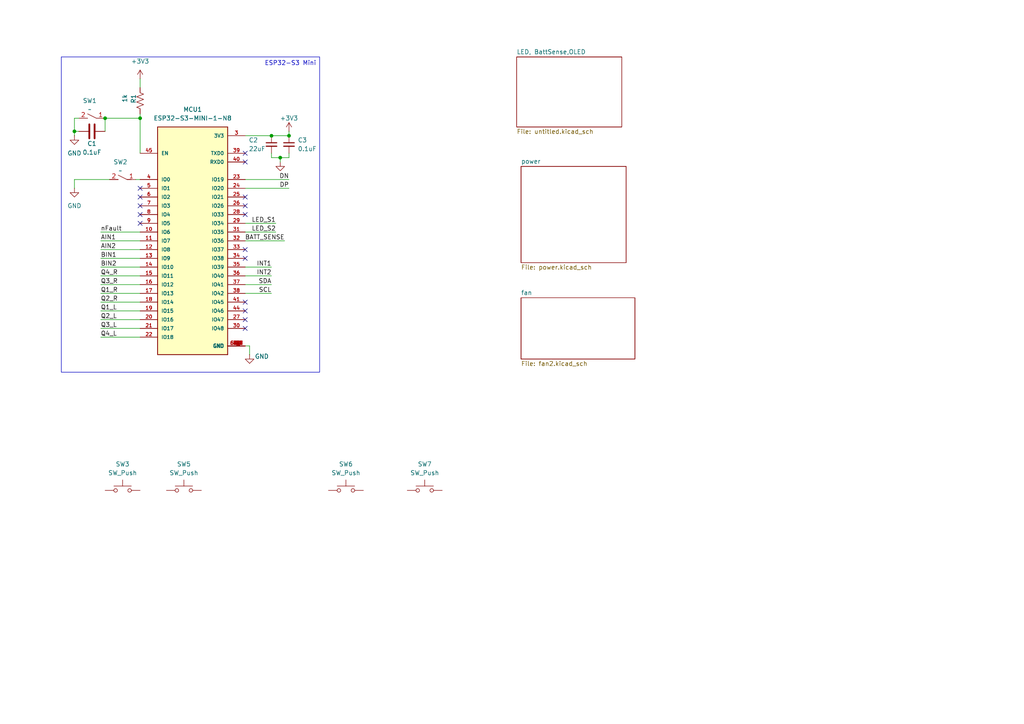
<source format=kicad_sch>
(kicad_sch (version 20231120) (generator "eeschema") (generator_version "8.0")
  (paper "A4")
  (lib_symbols
    (symbol "Device:C" (pin_numbers hide) (pin_names (offset 0.254))
      (property "Reference" "C" (at 0.635 2.54 0))
      (property "Value" "C" (at 0.635 -2.54 0))
      (symbol "C_0_1"
        (polyline (pts (xy -2.032 -0.762) (xy 2.032 -0.762)) (stroke (width 0.508)))
        (polyline (pts (xy -2.032 0.762) (xy 2.032 0.762)) (stroke (width 0.508)))
      )
      (symbol "C_1_1"
        (pin passive line (at 0 3.81 270) (length 2.794) (name "~") (number "1"))
        (pin passive line (at 0 -3.81 90) (length 2.794) (name "~") (number "2"))
      )
    )
    (symbol "Device:C_Small" (pin_numbers hide) (pin_names (offset 0.254) hide)
      (property "Reference" "C" (at 0.254 1.778 0))
      (property "Value" "C_Small" (at 0.254 -2.032 0))
      (symbol "C_Small_0_1"
        (polyline (pts (xy -1.524 -0.508) (xy 1.524 -0.508)) (stroke (width 0.3302)))
        (polyline (pts (xy -1.524 0.508) (xy 1.524 0.508)) (stroke (width 0.3048)))
      )
      (symbol "C_Small_1_1"
        (pin passive line (at 0 2.54 270) (length 2.032) (name "~") (number "1"))
        (pin passive line (at 0 -2.54 90) (length 2.032) (name "~") (number "2"))
      )
    )
    (symbol "Device:R_US" (pin_numbers hide) (pin_names (offset 0))
      (property "Reference" "R" (at 2.54 0 90))
      (property "Value" "R_US" (at -2.54 0 90))
      (symbol "R_US_0_1"
        (polyline (pts (xy 0 -2.286) (xy 0 -2.54)))
        (polyline (pts (xy 0 2.286) (xy 0 2.54)))
        (polyline (pts (xy 0 -0.762) (xy 1.016 -1.143) (xy 0 -1.524) (xy -1.016 -1.905) (xy 0 -2.286)))
        (polyline (pts (xy 0 0.762) (xy 1.016 0.381) (xy 0 0) (xy -1.016 -0.381) (xy 0 -0.762)))
        (polyline (pts (xy 0 2.286) (xy 1.016 1.905) (xy 0 1.524) (xy -1.016 1.143) (xy 0 0.762)))
      )
      (symbol "R_US_1_1"
        (pin passive line (at 0 3.81 270) (length 1.27) (name "~") (number "1"))
        (pin passive line (at 0 -3.81 90) (length 1.27) (name "~") (number "2"))
      )
    )
    (symbol "ESP32-S3-MINI-1-N8:ESP32-S3-MINI-1-N8" (pin_names (offset 1.016))
      (property "Reference" "U" (at -10.16 34.29 0))
      (property "Value" "ESP32-S3-MINI-1-N8" (at -10.16 -35.56 0))
      (symbol "ESP32-S3-MINI-1-N8_0_0"
        (rectangle (start -10.16 33.02) (end 10.16 -33.02) (stroke (width 0.254)) (fill (type background)))
        (pin power_in line (at 15.24 -30.48 180) (length 5.08) (name "GND") (number "1"))
        (pin bidirectional line (at -15.24 2.54 0) (length 5.08) (name "IO6") (number "10"))
        (pin bidirectional line (at -15.24 0 0) (length 5.08) (name "IO7") (number "11"))
        (pin bidirectional line (at -15.24 -2.54 0) (length 5.08) (name "IO8") (number "12"))
        (pin bidirectional line (at -15.24 -5.08 0) (length 5.08) (name "IO9") (number "13"))
        (pin bidirectional line (at -15.24 -7.62 0) (length 5.08) (name "IO10") (number "14"))
        (pin bidirectional line (at -15.24 -10.16 0) (length 5.08) (name "IO11") (number "15"))
        (pin bidirectional line (at -15.24 -12.7 0) (length 5.08) (name "IO12") (number "16"))
        (pin bidirectional line (at -15.24 -15.24 0) (length 5.08) (name "IO13") (number "17"))
        (pin bidirectional line (at -15.24 -17.78 0) (length 5.08) (name "IO14") (number "18"))
        (pin bidirectional line (at -15.24 -20.32 0) (length 5.08) (name "IO15") (number "19"))
        (pin power_in line (at 15.24 -30.48 180) (length 5.08) (name "GND") (number "2"))
        (pin bidirectional line (at -15.24 -22.86 0) (length 5.08) (name "IO16") (number "20"))
        (pin bidirectional line (at -15.24 -25.4 0) (length 5.08) (name "IO17") (number "21"))
        (pin bidirectional line (at -15.24 -27.94 0) (length 5.08) (name "IO18") (number "22"))
        (pin bidirectional line (at 15.24 17.78 180) (length 5.08) (name "IO19") (number "23"))
        (pin bidirectional line (at 15.24 15.24 180) (length 5.08) (name "IO20") (number "24"))
        (pin bidirectional line (at 15.24 12.7 180) (length 5.08) (name "IO21") (number "25"))
        (pin bidirectional line (at 15.24 10.16 180) (length 5.08) (name "IO26") (number "26"))
        (pin bidirectional line (at 15.24 -22.86 180) (length 5.08) (name "IO47") (number "27"))
        (pin bidirectional line (at 15.24 7.62 180) (length 5.08) (name "IO33") (number "28"))
        (pin bidirectional line (at 15.24 5.08 180) (length 5.08) (name "IO34") (number "29"))
        (pin power_in line (at 15.24 30.48 180) (length 5.08) (name "3V3") (number "3"))
        (pin bidirectional line (at 15.24 -25.4 180) (length 5.08) (name "IO48") (number "30"))
        (pin bidirectional line (at 15.24 2.54 180) (length 5.08) (name "IO35") (number "31"))
        (pin bidirectional line (at 15.24 0 180) (length 5.08) (name "IO36") (number "32"))
        (pin bidirectional line (at 15.24 -2.54 180) (length 5.08) (name "IO37") (number "33"))
        (pin bidirectional line (at 15.24 -5.08 180) (length 5.08) (name "IO38") (number "34"))
        (pin bidirectional line (at 15.24 -7.62 180) (length 5.08) (name "IO39") (number "35"))
        (pin bidirectional line (at 15.24 -10.16 180) (length 5.08) (name "IO40") (number "36"))
        (pin bidirectional line (at 15.24 -12.7 180) (length 5.08) (name "IO41") (number "37"))
        (pin bidirectional line (at 15.24 -15.24 180) (length 5.08) (name "IO42") (number "38"))
        (pin bidirectional line (at 15.24 25.4 180) (length 5.08) (name "TXD0") (number "39"))
        (pin bidirectional line (at -15.24 17.78 0) (length 5.08) (name "IO0") (number "4"))
        (pin bidirectional line (at 15.24 22.86 180) (length 5.08) (name "RXD0") (number "40"))
        (pin bidirectional line (at 15.24 -17.78 180) (length 5.08) (name "IO45") (number "41"))
        (pin power_in line (at 15.24 -30.48 180) (length 5.08) (name "GND") (number "42"))
        (pin power_in line (at 15.24 -30.48 180) (length 5.08) (name "GND") (number "43"))
        (pin bidirectional line (at 15.24 -20.32 180) (length 5.08) (name "IO46") (number "44"))
        (pin input line (at -15.24 25.4 0) (length 5.08) (name "EN") (number "45"))
        (pin power_in line (at 15.24 -30.48 180) (length 5.08) (name "GND") (number "46"))
        (pin power_in line (at 15.24 -30.48 180) (length 5.08) (name "GND") (number "47"))
        (pin power_in line (at 15.24 -30.48 180) (length 5.08) (name "GND") (number "48"))
        (pin power_in line (at 15.24 -30.48 180) (length 5.08) (name "GND") (number "49"))
        (pin bidirectional line (at -15.24 15.24 0) (length 5.08) (name "IO1") (number "5"))
        (pin power_in line (at 15.24 -30.48 180) (length 5.08) (name "GND") (number "50"))
        (pin power_in line (at 15.24 -30.48 180) (length 5.08) (name "GND") (number "51"))
        (pin power_in line (at 15.24 -30.48 180) (length 5.08) (name "GND") (number "52"))
        (pin power_in line (at 15.24 -30.48 180) (length 5.08) (name "GND") (number "53"))
        (pin power_in line (at 15.24 -30.48 180) (length 5.08) (name "GND") (number "54"))
        (pin power_in line (at 15.24 -30.48 180) (length 5.08) (name "GND") (number "55"))
        (pin power_in line (at 15.24 -30.48 180) (length 5.08) (name "GND") (number "56"))
        (pin power_in line (at 15.24 -30.48 180) (length 5.08) (name "GND") (number "57"))
        (pin power_in line (at 15.24 -30.48 180) (length 5.08) (name "GND") (number "58"))
        (pin power_in line (at 15.24 -30.48 180) (length 5.08) (name "GND") (number "59"))
        (pin bidirectional line (at -15.24 12.7 0) (length 5.08) (name "IO2") (number "6"))
        (pin power_in line (at 15.24 -30.48 180) (length 5.08) (name "GND") (number "60"))
        (pin power_in line (at 15.24 -30.48 180) (length 5.08) (name "GND") (number "61"))
        (pin power_in line (at 15.24 -30.48 180) (length 5.08) (name "GND") (number "61_1"))
        (pin power_in line (at 15.24 -30.48 180) (length 5.08) (name "GND") (number "61_2"))
        (pin power_in line (at 15.24 -30.48 180) (length 5.08) (name "GND") (number "61_3"))
        (pin power_in line (at 15.24 -30.48 180) (length 5.08) (name "GND") (number "61_4"))
        (pin power_in line (at 15.24 -30.48 180) (length 5.08) (name "GND") (number "61_5"))
        (pin power_in line (at 15.24 -30.48 180) (length 5.08) (name "GND") (number "61_6"))
        (pin power_in line (at 15.24 -30.48 180) (length 5.08) (name "GND") (number "61_7"))
        (pin power_in line (at 15.24 -30.48 180) (length 5.08) (name "GND") (number "61_8"))
        (pin power_in line (at 15.24 -30.48 180) (length 5.08) (name "GND") (number "62"))
        (pin power_in line (at 15.24 -30.48 180) (length 5.08) (name "GND") (number "63"))
        (pin power_in line (at 15.24 -30.48 180) (length 5.08) (name "GND") (number "64"))
        (pin power_in line (at 15.24 -30.48 180) (length 5.08) (name "GND") (number "65"))
        (pin bidirectional line (at -15.24 10.16 0) (length 5.08) (name "IO3") (number "7"))
        (pin bidirectional line (at -15.24 7.62 0) (length 5.08) (name "IO4") (number "8"))
        (pin bidirectional line (at -15.24 5.08 0) (length 5.08) (name "IO5") (number "9"))
      )
    )
    (symbol "Switch:SW_Push" (pin_numbers hide) (pin_names (offset 1.016) hide)
      (property "Reference" "SW" (at 1.27 2.54 0))
      (property "Value" "SW_Push" (at 0 -1.524 0))
      (symbol "SW_Push_0_1"
        (circle (center -2.032 0) (radius 0.508))
        (polyline (pts (xy 0 1.27) (xy 0 3.048)))
        (polyline (pts (xy 2.54 1.27) (xy -2.54 1.27)))
        (circle (center 2.032 0) (radius 0.508))
        (pin passive line (at -5.08 0 0) (length 2.54) (name "1") (number "1"))
        (pin passive line (at 5.08 0 180) (length 2.54) (name "2") (number "2"))
      )
    )
    (symbol "custom:rockerSwitch"
      (property "Reference" "SW" (at 0.254 4.318 0))
      (symbol "rockerSwitch_0_1"
        (polyline (pts (xy 0 1.27) (xy -2.54 1.27)))
        (polyline (pts (xy 3.81 1.27) (xy 2.54 1.27) (xy 0 2.54)))
      )
      (symbol "rockerSwitch_1_1"
        (pin power_in line (at 5.08 1.27 180) (length 2.54) (name "") (number "1"))
        (pin power_out line (at -2.54 1.27 0) (length 2.54) (name "") (number "2"))
      )
    )
    (symbol "power:+3V3" (power) (pin_numbers hide) (pin_names (offset 0) hide)
      (property "Value" "+3V3" (at 0 3.556 0))
      (symbol "+3V3_0_1"
        (polyline (pts (xy -0.762 1.27) (xy 0 2.54)))
        (polyline (pts (xy 0 0) (xy 0 2.54)))
        (polyline (pts (xy 0 2.54) (xy 0.762 1.27)))
      )
      (symbol "+3V3_1_1"
        (pin power_in line (at 0 0 90) (length 0) (name "~") (number "1"))
      )
    )
    (symbol "power:GND" (power) (pin_numbers hide) (pin_names (offset 0) hide)
      (property "Value" "GND" (at 0 -3.81 0))
      (symbol "GND_0_1"
        (polyline (pts (xy 0 0) (xy 0 -1.27) (xy 1.27 -1.27) (xy 0 -2.54) (xy -1.27 -1.27) (xy 0 -1.27)))
      )
      (symbol "GND_1_1"
        (pin power_in line (at 0 0 270) (length 0) (name "~") (number "1"))
      )
    )
  )
  (junction (at 83.82 39.37))
  (junction (at 21.59 38.1))
  (junction (at 78.74 39.37))
  (junction (at 40.64 34.29))
  (junction (at 81.28 45.72))
  (junction (at 30.48 34.29))
  (no_connect (at 40.64 64.77))
  (no_connect (at 40.64 62.23))
  (no_connect (at 71.12 46.99))
  (no_connect (at 40.64 54.61))
  (no_connect (at 71.12 92.71))
  (no_connect (at 71.12 57.15))
  (no_connect (at 71.12 95.25))
  (no_connect (at 71.12 87.63))
  (no_connect (at 71.12 44.45))
  (no_connect (at 40.64 57.15))
  (no_connect (at 71.12 74.93))
  (no_connect (at 40.64 59.69))
  (no_connect (at 71.12 62.23))
  (no_connect (at 71.12 72.39))
  (no_connect (at 71.12 59.69))
  (no_connect (at 71.12 90.17))
  (wire (pts (xy 71.12 82.55) (xy 78.74 82.55)))
  (wire (pts (xy 29.21 77.47) (xy 40.64 77.47)))
  (wire (pts (xy 71.12 85.09) (xy 78.74 85.09)))
  (wire (pts (xy 71.12 69.85) (xy 82.55 69.85)))
  (wire (pts (xy 71.12 54.61) (xy 83.82 54.61)))
  (wire (pts (xy 39.37 52.07) (xy 40.64 52.07)))
  (wire (pts (xy 29.21 97.79) (xy 40.64 97.79)))
  (wire (pts (xy 29.21 80.01) (xy 40.64 80.01)))
  (wire (pts (xy 29.21 69.85) (xy 40.64 69.85)))
  (wire (pts (xy 71.12 39.37) (xy 78.74 39.37)))
  (wire (pts (xy 72.39 100.33) (xy 72.39 102.87)))
  (wire (pts (xy 29.21 92.71) (xy 40.64 92.71)))
  (wire (pts (xy 21.59 38.1) (xy 22.86 38.1)))
  (wire (pts (xy 29.21 87.63) (xy 40.64 87.63)))
  (wire (pts (xy 29.21 74.93) (xy 40.64 74.93)))
  (wire (pts (xy 71.12 80.01) (xy 78.74 80.01)))
  (wire (pts (xy 40.64 33.02) (xy 40.64 34.29)))
  (wire (pts (xy 71.12 77.47) (xy 78.74 77.47)))
  (wire (pts (xy 29.21 82.55) (xy 40.64 82.55)))
  (wire (pts (xy 71.12 52.07) (xy 83.82 52.07)))
  (wire (pts (xy 83.82 38.1) (xy 83.82 39.37)))
  (wire (pts (xy 78.74 45.72) (xy 81.28 45.72)))
  (wire (pts (xy 30.48 34.29) (xy 30.48 38.1)))
  (wire (pts (xy 29.21 85.09) (xy 40.64 85.09)))
  (wire (pts (xy 21.59 38.1) (xy 21.59 39.37)))
  (wire (pts (xy 40.64 22.86) (xy 40.64 25.4)))
  (wire (pts (xy 83.82 45.72) (xy 83.82 44.45)))
  (wire (pts (xy 78.74 45.72) (xy 78.74 44.45)))
  (wire (pts (xy 21.59 34.29) (xy 22.86 34.29)))
  (wire (pts (xy 81.28 46.99) (xy 81.28 45.72)))
  (wire (pts (xy 21.59 34.29) (xy 21.59 38.1)))
  (wire (pts (xy 21.59 52.07) (xy 31.75 52.07)))
  (wire (pts (xy 71.12 64.77) (xy 80.01 64.77)))
  (wire (pts (xy 78.74 39.37) (xy 83.82 39.37)))
  (wire (pts (xy 21.59 52.07) (xy 21.59 54.61)))
  (wire (pts (xy 29.21 72.39) (xy 40.64 72.39)))
  (wire (pts (xy 81.28 45.72) (xy 83.82 45.72)))
  (wire (pts (xy 30.48 34.29) (xy 40.64 34.29)))
  (wire (pts (xy 71.12 67.31) (xy 80.01 67.31)))
  (wire (pts (xy 40.64 44.45) (xy 40.64 34.29)))
  (wire (pts (xy 71.12 100.33) (xy 72.39 100.33)))
  (wire (pts (xy 29.21 95.25) (xy 40.64 95.25)))
  (wire (pts (xy 29.21 90.17) (xy 40.64 90.17)))
  (wire (pts (xy 29.21 67.31) (xy 40.64 67.31)))
  (text_box "ESP32-S3 Mini\n" (at 17.78 16.51 0) (size 74.93 91.44) (effects (font (size 1.27 1.27)) (justify right top)))
  (label "Q3_R" (at 29.21 82.55 0))
  (label "Q1_R" (at 29.21 85.09 0))
  (label "BIN2" (at 29.21 77.47 0))
  (label "INT2" (at 78.74 80.01 180))
  (label "DN" (at 83.82 52.07 180))
  (label "Q2_R" (at 29.21 87.63 0))
  (label "Q4_L" (at 29.21 97.79 0))
  (label "INT1" (at 78.74 77.47 180))
  (label "SDA" (at 78.74 82.55 180))
  (label "BIN1" (at 29.21 74.93 0))
  (label "AIN1" (at 29.21 69.85 0))
  (label "Q4_R" (at 29.21 80.01 0))
  (label "LED_S2" (at 80.01 67.31 180))
  (label "nFault" (at 29.21 67.31 0))
  (label "Q2_L" (at 29.21 92.71 0))
  (label "DP" (at 83.82 54.61 180))
  (label "SCL" (at 78.74 85.09 180))
  (label "Q3_L" (at 29.21 95.25 0))
  (label "BATT_SENSE" (at 82.55 69.85 180))
  (label "Q1_L" (at 29.21 90.17 0))
  (label "LED_S1" (at 80.01 64.77 180))
  (label "AIN2" (at 29.21 72.39 0))
  (symbol (lib_id "custom:rockerSwitch") (at 25.4 35.56 0) (unit 1) (in_bom no)
    (property "Reference" "SW1" (at 26.035 29.21 0))
    (property "Value" "~" (at 26.035 31.75 0))
    (property "Footprint" "customFootprints:rockerSwitch-434133025816" (effects (hide yes)))
    (property "MANUFACTURER" "434133025816 " (effects (hide yes)))
  )
  (symbol (lib_id "ESP32-S3-MINI-1-N8:ESP32-S3-MINI-1-N8") (at 55.88 69.85 0) (unit 1)
    (property "Reference" "MCU1" (at 55.88 31.75 0))
    (property "Value" "ESP32-S3-MINI-1-N8" (at 55.88 34.29 0))
    (property "Footprint" "esp32s3mini:XCVR_ESP32-S3-MINI-1-N8" (effects (hide yes)))
    (property "MF" "Espressif Systems" (effects (hide yes)))
    (property "MAXIMUM_PACKAGE_HEIGHT" "2.55mm" (effects (hide yes)))
    (property "Package" "None" (effects (hide yes)))
    (property "Price" "None" (effects (hide yes)))
    (property "Check_prices" "https://www.snapeda.com/parts/ESP32-S3-MINI-1-N8/Espressif+Systems/view-part/?ref=eda" (effects (hide yes)))
    (property "STANDARD" "Manufacturer Recommendations" (effects (hide yes)))
    (property "PARTREV" "v0.6" (effects (hide yes)))
    (property "SnapEDA_Link" "https://www.snapeda.com/parts/ESP32-S3-MINI-1-N8/Espressif+Systems/view-part/?ref=snap" (effects (hide yes)))
    (property "MP" "ESP32-S3-MINI-1-N8" (effects (hide yes)))
    (property "Purchase-URL" "https://www.snapeda.com/api/url_track_click_mouser/?unipart_id=8941370&manufacturer=Espressif Systems&part_name=ESP32-S3-MINI-1-N8&search_term=esp32-s3-mini-1-n8" (effects (hide yes)))
    (property "Description_1" "\nBluetooth, WiFi 802.11b/g/n, Bluetooth v5.0 Transceiver Module 2.4GHz PCB Trace Surface Mount\n" (effects (hide yes)))
    (property "Availability" "In Stock" (effects (hide yes)))
    (property "MANUFACTURER" "Espressif" (effects (hide yes)))
  )
  (symbol (lib_id "power:+3V3") (at 83.82 38.1 0) (unit 1)
    (property "Reference" "#PWR06" (effects (hide yes)))
    (property "Value" "+3V3" (at 83.82 34.29 0))
  )
  (symbol (lib_id "power:GND") (at 21.59 54.61 0) (unit 1)
    (property "Reference" "#PWR02" (effects (hide yes)))
    (property "Value" "GND" (at 21.59 59.69 0))
    (property "Description" "Power symbol creates a global label with name \"GND\" , ground" (effects (hide yes)))
  )
  (symbol (lib_id "Switch:SW_Push") (at 53.34 142.24 0) (unit 1)
    (property "Reference" "SW5" (at 53.34 134.62 0))
    (property "Value" "SW_Push" (at 53.34 137.16 0))
    (property "Description" "Push button switch, generic, two pins" (effects (hide yes)))
  )
  (symbol (lib_id "Device:R_US") (at 40.64 29.21 180) (unit 1)
    (property "Reference" "R1" (at 38.735 27.305 90) (effects (justify left)))
    (property "Value" "1k" (at 36.195 27.305 90) (effects (justify left)))
    (property "Footprint" "Resistor_SMD:R_0603_1608Metric" (effects (hide yes)))
    (property "MANUFACTURER" "571-1-2176072-2" (effects (hide yes)))
  )
  (symbol (lib_id "custom:rockerSwitch") (at 34.29 53.34 0) (unit 1) (in_bom no)
    (property "Reference" "SW2" (at 34.925 46.99 0))
    (property "Value" "~" (at 34.925 49.53 0))
    (property "Footprint" "customFootprints:rockerSwitch-434133025816" (effects (hide yes)))
    (property "MANUFACTURER" "434133025816 " (effects (hide yes)))
  )
  (symbol (lib_id "power:GND") (at 72.39 102.87 0) (unit 1)
    (property "Reference" "#PWR04" (effects (hide yes)))
    (property "Value" "GND" (at 75.946 103.378 0))
    (property "Description" "Power symbol creates a global label with name \"GND\" , ground" (effects (hide yes)))
  )
  (symbol (lib_id "Switch:SW_Push") (at 35.56 142.24 0) (unit 1)
    (property "Reference" "SW3" (at 35.56 134.62 0))
    (property "Value" "SW_Push" (at 35.56 137.16 0))
    (property "Description" "Push button switch, generic, two pins" (effects (hide yes)))
  )
  (symbol (lib_id "Switch:SW_Push") (at 123.19 142.24 0) (unit 1)
    (property "Reference" "SW7" (at 123.19 134.62 0))
    (property "Value" "SW_Push" (at 123.19 137.16 0))
    (property "Description" "Push button switch, generic, two pins" (effects (hide yes)))
  )
  (symbol (lib_id "Switch:SW_Push") (at 100.33 142.24 0) (unit 1)
    (property "Reference" "SW6" (at 100.33 134.62 0))
    (property "Value" "SW_Push" (at 100.33 137.16 0))
    (property "Description" "Push button switch, generic, two pins" (effects (hide yes)))
  )
  (symbol (lib_id "power:GND") (at 81.28 46.99 0) (unit 1)
    (property "Reference" "#PWR05" (effects (hide yes)))
    (property "Value" "GND" (effects (hide yes)))
  )
  (symbol (lib_id "Device:C") (at 26.67 38.1 90) (unit 1)
    (property "Reference" "C1" (at 26.67 41.656 90))
    (property "Value" "0.1uF" (at 26.67 44.196 90))
    (property "Footprint" "Capacitor_SMD:C_0603_1608Metric" (effects (hide yes)))
    (property "Description" "Unpolarized capacitor" (effects (hide yes)))
    (property "MANUFACTURER" "EMK063BJ104KP-F" (effects (hide yes)))
  )
  (symbol (lib_id "Device:C_Small") (at 78.74 41.91 0) (unit 1) (in_bom no)
    (property "Reference" "C2" (at 72.136 40.64 0) (effects (justify left)))
    (property "Value" "22uF" (at 72.136 43.18 0) (effects (justify left)))
    (property "Footprint" "Capacitor_SMD:C_0603_1608Metric_Pad1.08x0.95mm_HandSolder" (effects (hide yes)))
    (property "MANUFACTURER" "EnVisionStock" (effects (hide yes)))
  )
  (symbol (lib_id "power:GND") (at 21.59 39.37 0) (unit 1)
    (property "Reference" "#PWR01" (effects (hide yes)))
    (property "Value" "GND" (at 21.59 44.45 0))
    (property "Description" "Power symbol creates a global label with name \"GND\" , ground" (effects (hide yes)))
  )
  (symbol (lib_id "power:+3V3") (at 40.64 22.86 0) (unit 1)
    (property "Reference" "#PWR03" (effects (hide yes)))
    (property "Value" "+3V3" (at 40.64 17.78 0))
  )
  (symbol (lib_id "Device:C_Small") (at 83.82 41.91 0) (unit 1)
    (property "Reference" "C3" (at 86.36 40.64 0) (effects (justify left)))
    (property "Value" "0.1uF" (at 86.36 43.18 0) (effects (justify left)))
    (property "Footprint" "Capacitor_SMD:C_0603_1608Metric" (effects (hide yes)))
    (property "MANUFACTURER" "EMK063BJ104KP-F" (effects (hide yes)))
  )
  (sheet (at 151.13 86.36) (size 33.02 17.78) (stroke (width 0.1524))
    (property "Sheetname" "fan" (at 151.13 85.6484 0) (effects (justify left bottom)))
    (property "Sheetfile" "fan2.kicad_sch" (at 151.13 104.7246 0) (effects (justify left top)))
  )
  (sheet (at 151.13 48.26) (size 30.48 27.94) (stroke (width 0.1524))
    (property "Sheetname" "power" (at 151.13 47.5484 0) (effects (justify left bottom)))
    (property "Sheetfile" "power.kicad_sch" (at 151.13 76.7846 0) (effects (justify left top)))
  )
  (sheet (at 149.86 16.51) (size 30.48 20.32) (stroke (width 0.1524))
    (property "Sheetname" "LED, BattSense,OLED" (at 149.86 15.7984 0) (effects (justify left bottom)))
    (property "Sheetfile" "untitled.kicad_sch" (at 149.86 37.4146 0) (effects (justify left top)))
  )
)
</source>
